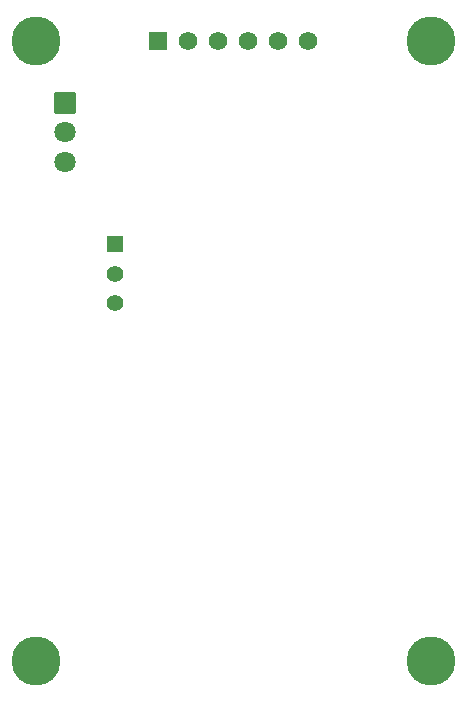
<source format=gbr>
%TF.GenerationSoftware,KiCad,Pcbnew,9.99.0-1490-gab75263b91*%
%TF.CreationDate,2025-06-04T22:15:06+10:00*%
%TF.ProjectId,energy_harvesting_board,656e6572-6779-45f6-9861-727665737469,rev?*%
%TF.SameCoordinates,Original*%
%TF.FileFunction,Soldermask,Bot*%
%TF.FilePolarity,Negative*%
%FSLAX46Y46*%
G04 Gerber Fmt 4.6, Leading zero omitted, Abs format (unit mm)*
G04 Created by KiCad (PCBNEW 9.99.0-1490-gab75263b91) date 2025-06-04 22:15:06*
%MOMM*%
%LPD*%
G01*
G04 APERTURE LIST*
G04 Aperture macros list*
%AMRoundRect*
0 Rectangle with rounded corners*
0 $1 Rounding radius*
0 $2 $3 $4 $5 $6 $7 $8 $9 X,Y pos of 4 corners*
0 Add a 4 corners polygon primitive as box body*
4,1,4,$2,$3,$4,$5,$6,$7,$8,$9,$2,$3,0*
0 Add four circle primitives for the rounded corners*
1,1,$1+$1,$2,$3*
1,1,$1+$1,$4,$5*
1,1,$1+$1,$6,$7*
1,1,$1+$1,$8,$9*
0 Add four rect primitives between the rounded corners*
20,1,$1+$1,$2,$3,$4,$5,0*
20,1,$1+$1,$4,$5,$6,$7,0*
20,1,$1+$1,$6,$7,$8,$9,0*
20,1,$1+$1,$8,$9,$2,$3,0*%
G04 Aperture macros list end*
%ADD10R,1.400000X1.400000*%
%ADD11C,1.400000*%
%ADD12C,4.150000*%
%ADD13RoundRect,0.075000X0.825000X-0.825000X0.825000X0.825000X-0.825000X0.825000X-0.825000X-0.825000X0*%
%ADD14C,1.800000*%
%ADD15R,1.570000X1.570000*%
%ADD16C,1.570000*%
G04 APERTURE END LIST*
D10*
%TO.C,R1*%
X138501100Y-96003600D03*
D11*
X138501100Y-98503600D03*
X138501100Y-101003600D03*
%TD*%
D12*
%TO.C,*%
X131751100Y-78753600D03*
%TD*%
%TO.C,*%
X165251100Y-78753600D03*
%TD*%
%TO.C,*%
X165251100Y-131253600D03*
%TD*%
%TO.C,*%
X131751100Y-131253600D03*
%TD*%
D13*
%TO.C,J2*%
X134251100Y-84003600D03*
D14*
X134251100Y-86503600D03*
X134251100Y-89003600D03*
%TD*%
D15*
%TO.C,J1*%
X142151100Y-78753600D03*
D16*
X144691100Y-78753600D03*
X147231100Y-78753600D03*
X149771100Y-78753600D03*
X152311100Y-78753600D03*
X154851100Y-78753600D03*
%TD*%
M02*

</source>
